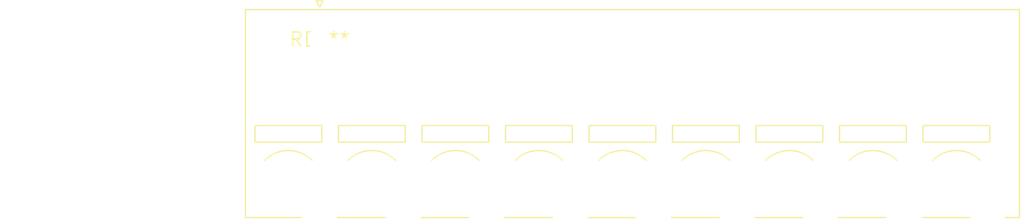
<source format=kicad_pcb>
(kicad_pcb (version 20240108) (generator pcbnew)
  (layers (0 "F.Cu" signal) (31 "B.Cu" signal) (34 "B.Paste" user) (35 "F.Paste" user) (36 "B.SilkS" user "B.Silkscreen") (37 "F.SilkS" user "F.Silkscreen") (38 "B.Mask" user) (39 "F.Mask" user) (44 "Edge.Cuts" user))
  (net 0 "")
  (footprint "PhoenixContact_SPT_5_9-V-7.5-ZB_1x09_P7.5mm_Vertical" (layer "F.Cu") (at 0 0)
    (property "Reference" "REF**")
    (property "Value" "PhoenixContact_SPT_5_9-V-7.5-ZB_1x09_P7.5mm_Vertical")
    (fp_line (start -6.66 -2.69) (end 62.86 -2.69) (layer "F.SilkS") (stroke (width 0.12)))
    (fp_line (start -6.66 16.03) (end -6.66 -2.69) (layer "F.SilkS") (stroke (width 0.12)))
    (fp_line (start -6.66 16.03) (end -1.6 16.03) (layer "F.SilkS") (stroke (width 0.12)))
    (fp_line (start -5.8 7.75) (end -5.8 9.25) (layer "F.SilkS") (stroke (width 0.12)))
    (fp_line (start -5.8 9.25) (end 0.2 9.25) (layer "F.SilkS") (stroke (width 0.12)))
    (fp_line (start -0.3 -3.49) (end 0 -2.89) (layer "F.SilkS") (stroke (width 0.12)))
    (fp_line (start -0.3 -3.49) (end 0.3 -3.49) (layer "F.SilkS") (stroke (width 0.12)))
    (fp_line (start 0.2 7.75) (end -5.8 7.75) (layer "F.SilkS") (stroke (width 0.12)))
    (fp_line (start 0.2 9.25) (end 0.2 7.75) (layer "F.SilkS") (stroke (width 0.12)))
    (fp_line (start 0.3 -3.49) (end 0 -2.89) (layer "F.SilkS") (stroke (width 0.12)))
    (fp_line (start 1.6 16.03) (end 5.9 16.03) (layer "F.SilkS") (stroke (width 0.12)))
    (fp_line (start 1.7 7.75) (end 1.7 9.25) (layer "F.SilkS") (stroke (width 0.12)))
    (fp_line (start 1.7 9.25) (end 7.7 9.25) (layer "F.SilkS") (stroke (width 0.12)))
    (fp_line (start 7.7 7.75) (end 1.7 7.75) (layer "F.SilkS") (stroke (width 0.12)))
    (fp_line (start 7.7 9.25) (end 7.7 7.75) (layer "F.SilkS") (stroke (width 0.12)))
    (fp_line (start 9.1 16.03) (end 13.4 16.03) (layer "F.SilkS") (stroke (width 0.12)))
    (fp_line (start 9.2 7.75) (end 9.2 9.25) (layer "F.SilkS") (stroke (width 0.12)))
    (fp_line (start 9.2 9.25) (end 15.2 9.25) (layer "F.SilkS") (stroke (width 0.12)))
    (fp_line (start 15.2 7.75) (end 9.2 7.75) (layer "F.SilkS") (stroke (width 0.12)))
    (fp_line (start 15.2 9.25) (end 15.2 7.75) (layer "F.SilkS") (stroke (width 0.12)))
    (fp_line (start 16.6 16.03) (end 20.9 16.03) (layer "F.SilkS") (stroke (width 0.12)))
    (fp_line (start 16.7 7.75) (end 16.7 9.25) (layer "F.SilkS") (stroke (width 0.12)))
    (fp_line (start 16.7 9.25) (end 22.7 9.25) (layer "F.SilkS") (stroke (width 0.12)))
    (fp_line (start 22.7 7.75) (end 16.7 7.75) (layer "F.SilkS") (stroke (width 0.12)))
    (fp_line (start 22.7 9.25) (end 22.7 7.75) (layer "F.SilkS") (stroke (width 0.12)))
    (fp_line (start 24.1 16.03) (end 28.4 16.03) (layer "F.SilkS") (stroke (width 0.12)))
    (fp_line (start 24.2 7.75) (end 24.2 9.25) (layer "F.SilkS") (stroke (width 0.12)))
    (fp_line (start 24.2 9.25) (end 30.2 9.25) (layer "F.SilkS") (stroke (width 0.12)))
    (fp_line (start 30.2 7.75) (end 24.2 7.75) (layer "F.SilkS") (stroke (width 0.12)))
    (fp_line (start 30.2 9.25) (end 30.2 7.75) (layer "F.SilkS") (stroke (width 0.12)))
    (fp_line (start 31.6 16.03) (end 35.9 16.03) (layer "F.SilkS") (stroke (width 0.12)))
    (fp_line (start 31.7 7.75) (end 31.7 9.25) (layer "F.SilkS") (stroke (width 0.12)))
    (fp_line (start 31.7 9.25) (end 37.7 9.25) (layer "F.SilkS") (stroke (width 0.12)))
    (fp_line (start 37.7 7.75) (end 31.7 7.75) (layer "F.SilkS") (stroke (width 0.12)))
    (fp_line (start 37.7 9.25) (end 37.7 7.75) (layer "F.SilkS") (stroke (width 0.12)))
    (fp_line (start 39.1 16.03) (end 43.4 16.03) (layer "F.SilkS") (stroke (width 0.12)))
    (fp_line (start 39.2 7.75) (end 39.2 9.25) (layer "F.SilkS") (stroke (width 0.12)))
    (fp_line (start 39.2 9.25) (end 45.2 9.25) (layer "F.SilkS") (stroke (width 0.12)))
    (fp_line (start 45.2 7.75) (end 39.2 7.75) (layer "F.SilkS") (stroke (width 0.12)))
    (fp_line (start 45.2 9.25) (end 45.2 7.75) (layer "F.SilkS") (stroke (width 0.12)))
    (fp_line (start 46.6 16.03) (end 50.9 16.03) (layer "F.SilkS") (stroke (width 0.12)))
    (fp_line (start 46.7 7.75) (end 46.7 9.25) (layer "F.SilkS") (stroke (width 0.12)))
    (fp_line (start 46.7 9.25) (end 52.7 9.25) (layer "F.SilkS") (stroke (width 0.12)))
    (fp_line (start 52.7 7.75) (end 46.7 7.75) (layer "F.SilkS") (stroke (width 0.12)))
    (fp_line (start 52.7 9.25) (end 52.7 7.75) (layer "F.SilkS") (stroke (width 0.12)))
    (fp_line (start 54.1 16.03) (end 58.4 16.03) (layer "F.SilkS") (stroke (width 0.12)))
    (fp_line (start 54.2 7.75) (end 54.2 9.25) (layer "F.SilkS") (stroke (width 0.12)))
    (fp_line (start 54.2 9.25) (end 60.2 9.25) (layer "F.SilkS") (stroke (width 0.12)))
    (fp_line (start 60.2 7.75) (end 54.2 7.75) (layer "F.SilkS") (stroke (width 0.12)))
    (fp_line (start 60.2 9.25) (end 60.2 7.75) (layer "F.SilkS") (stroke (width 0.12)))
    (fp_line (start 61.6 16.03) (end 62.86 16.03) (layer "F.SilkS") (stroke (width 0.12)))
    (fp_line (start 62.86 -2.69) (end 62.86 16.03) (layer "F.SilkS") (stroke (width 0.12)))
    (fp_arc (start -4.92132 10.87868) (mid -2.8 10) (end -0.67868 10.87868) (layer "F.SilkS") (stroke (width 0.12)))
    (fp_arc (start 2.57868 10.87868) (mid 4.7 10) (end 6.82132 10.87868) (layer "F.SilkS") (stroke (width 0.12)))
    (fp_arc (start 10.07868 10.87868) (mid 12.2 10) (end 14.32132 10.87868) (layer "F.SilkS") (stroke (width 0.12)))
    (fp_arc (start 17.57868 10.87868) (mid 19.7 10) (end 21.82132 10.87868) (layer "F.SilkS") (stroke (width 0.12)))
    (fp_arc (start 25.07868 10.87868) (mid 27.2 10) (end 29.32132 10.87868) (layer "F.SilkS") (stroke (width 0.12)))
    (fp_arc (start 32.57868 10.87868) (mid 34.7 10) (end 36.82132 10.87868) (layer "F.SilkS") (stroke (width 0.12)))
    (fp_arc (start 40.07868 10.87868) (mid 42.2 10) (end 44.32132 10.87868) (layer "F.SilkS") (stroke (width 0.12)))
    (fp_arc (start 47.57868 10.87868) (mid 49.7 10) (end 51.82132 10.87868) (layer "F.SilkS") (stroke (width 0.12)))
    (fp_arc (start 55.07868 10.87868) (mid 57.2 10) (end 59.32132 10.87868) (layer "F.SilkS") (stroke (width 0.12)))
    (pad "1" thru_hole roundrect (at 0 0) (size 2.8 4.3) (drill 2.1) (layers *.Cu *.Mask) (remove_unused_layers) (roundrect_rratio 0.089286))
    (pad "2" thru_hole oval (at 7.5 14) (size 2.8 4.3) (drill 2.1) (layers *.Cu *.Mask) (remove_unused_layers))
    (pad "3" thru_hole oval (at 15 0) (size 2.8 4.3) (drill 2.1) (layers *.Cu *.Mask) (remove_unused_layers))
    (pad "4" thru_hole oval (at 22.5 14) (size 2.8 4.3) (drill 2.1) (layers *.Cu *.Mask) (remove_unused_layers))
    (pad "5" thru_hole oval (at 30 0) (size 2.8 4.3) (drill 2.1) (layers *.Cu *.Mask) (remove_unused_layers))
    (pad "6" thru_hole oval (at 37.5 14) (size 2.8 4.3) (drill 2.1) (layers *.Cu *.Mask) (remove_unused_layers))
    (pad "7" thru_hole oval (at 45 0) (size 2.8 4.3) (drill 2.1) (layers *.Cu *.Mask) (remove_unused_layers))
    (pad "8" thru_hole oval (at 52.5 14) (size 2.8 4.3) (drill 2.1) (layers *.Cu *.Mask) (remove_unused_layers))
    (pad "9" thru_hole oval (at 60 0) (size 2.8 4.3) (drill 2.1) (layers *.Cu *.Mask) (remove_unused_layers))
  )
)
</source>
